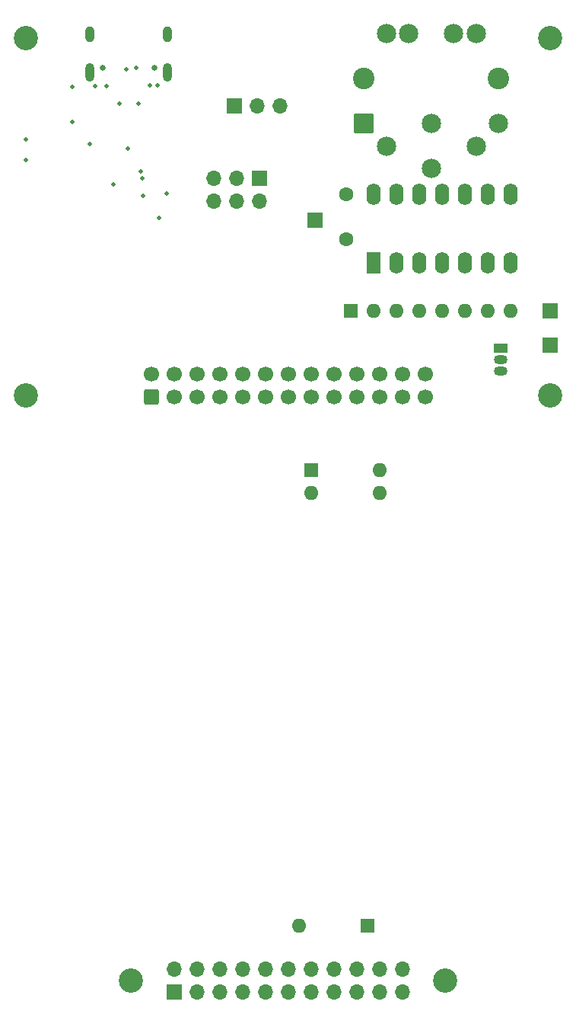
<source format=gbr>
%TF.GenerationSoftware,KiCad,Pcbnew,7.0.9*%
%TF.CreationDate,2024-02-17T15:45:49+01:00*%
%TF.ProjectId,kim-1-aux-card-usb,6b696d2d-312d-4617-9578-2d636172642d,rev?*%
%TF.SameCoordinates,Original*%
%TF.FileFunction,Soldermask,Bot*%
%TF.FilePolarity,Negative*%
%FSLAX46Y46*%
G04 Gerber Fmt 4.6, Leading zero omitted, Abs format (unit mm)*
G04 Created by KiCad (PCBNEW 7.0.9) date 2024-02-17 15:45:49*
%MOMM*%
%LPD*%
G01*
G04 APERTURE LIST*
G04 Aperture macros list*
%AMRoundRect*
0 Rectangle with rounded corners*
0 $1 Rounding radius*
0 $2 $3 $4 $5 $6 $7 $8 $9 X,Y pos of 4 corners*
0 Add a 4 corners polygon primitive as box body*
4,1,4,$2,$3,$4,$5,$6,$7,$8,$9,$2,$3,0*
0 Add four circle primitives for the rounded corners*
1,1,$1+$1,$2,$3*
1,1,$1+$1,$4,$5*
1,1,$1+$1,$6,$7*
1,1,$1+$1,$8,$9*
0 Add four rect primitives between the rounded corners*
20,1,$1+$1,$2,$3,$4,$5,0*
20,1,$1+$1,$4,$5,$6,$7,0*
20,1,$1+$1,$6,$7,$8,$9,0*
20,1,$1+$1,$8,$9,$2,$3,0*%
G04 Aperture macros list end*
%ADD10C,2.400000*%
%ADD11RoundRect,0.102000X0.975000X0.975000X-0.975000X0.975000X-0.975000X-0.975000X0.975000X-0.975000X0*%
%ADD12C,2.154000*%
%ADD13C,2.700000*%
%ADD14R,1.500000X1.050000*%
%ADD15O,1.500000X1.050000*%
%ADD16C,0.650000*%
%ADD17O,1.000000X2.100000*%
%ADD18O,1.000000X1.800000*%
%ADD19R,1.600000X2.400000*%
%ADD20O,1.600000X2.400000*%
%ADD21R,1.600000X1.600000*%
%ADD22O,1.600000X1.600000*%
%ADD23RoundRect,0.250000X0.600000X-0.600000X0.600000X0.600000X-0.600000X0.600000X-0.600000X-0.600000X0*%
%ADD24C,1.700000*%
%ADD25R,1.700000X1.700000*%
%ADD26O,1.700000X1.700000*%
%ADD27C,1.600000*%
%ADD28C,0.500000*%
G04 APERTURE END LIST*
D10*
%TO.C,J3*%
X165400000Y-47590000D03*
X150400000Y-47590000D03*
D11*
X150400000Y-52590000D03*
D12*
X152900000Y-55090000D03*
X157900000Y-52590000D03*
X162900000Y-55090000D03*
X165400000Y-52590000D03*
X157900000Y-57590000D03*
X162900000Y-42590000D03*
X160400000Y-42590000D03*
X155400000Y-42590000D03*
X152900000Y-42590000D03*
%TD*%
D13*
%TO.C,REF\u002A\u002A*%
X112780000Y-82770000D03*
%TD*%
D14*
%TO.C,Q1*%
X165610000Y-77560000D03*
D15*
X165610000Y-78830000D03*
X165610000Y-80100000D03*
%TD*%
D13*
%TO.C,REF\u002A\u002A*%
X171120000Y-43040000D03*
%TD*%
D16*
%TO.C,J7*%
X127110000Y-46365000D03*
X121330000Y-46365000D03*
D17*
X128540000Y-46865000D03*
D18*
X128540000Y-42685000D03*
D17*
X119900000Y-46865000D03*
D18*
X119900000Y-42685000D03*
%TD*%
D13*
%TO.C,REF\u002A\u002A*%
X171120000Y-82770000D03*
%TD*%
%TO.C,REF\u002A\u002A*%
X159410000Y-147800000D03*
%TD*%
D19*
%TO.C,U1*%
X151450000Y-68060000D03*
D20*
X153990000Y-68060000D03*
X156530000Y-68060000D03*
X159070000Y-68060000D03*
X161610000Y-68060000D03*
X164150000Y-68060000D03*
X166690000Y-68060000D03*
X166690000Y-60440000D03*
X164150000Y-60440000D03*
X161610000Y-60440000D03*
X159070000Y-60440000D03*
X156530000Y-60440000D03*
X153990000Y-60440000D03*
X151450000Y-60440000D03*
%TD*%
D21*
%TO.C,SW1*%
X150820000Y-141700000D03*
D22*
X143200000Y-141700000D03*
%TD*%
D23*
%TO.C,J2*%
X126710000Y-82920000D03*
D24*
X126710000Y-80380000D03*
X129250000Y-82920000D03*
X129250000Y-80380000D03*
X131790000Y-82920000D03*
X131790000Y-80380000D03*
X134330000Y-82920000D03*
X134330000Y-80380000D03*
X136870000Y-82920000D03*
X136870000Y-80380000D03*
X139410000Y-82920000D03*
X139410000Y-80380000D03*
X141950000Y-82920000D03*
X141950000Y-80380000D03*
X144490000Y-82920000D03*
X144490000Y-80380000D03*
X147030000Y-82920000D03*
X147030000Y-80380000D03*
X149570000Y-82920000D03*
X149570000Y-80380000D03*
X152110000Y-82920000D03*
X152110000Y-80380000D03*
X154650000Y-82920000D03*
X154650000Y-80380000D03*
X157190000Y-82920000D03*
X157190000Y-80380000D03*
%TD*%
D21*
%TO.C,RN1*%
X148910000Y-73380000D03*
D22*
X151450000Y-73380000D03*
X153990000Y-73380000D03*
X156530000Y-73380000D03*
X159070000Y-73380000D03*
X161610000Y-73380000D03*
X164150000Y-73380000D03*
X166690000Y-73380000D03*
%TD*%
D21*
%TO.C,SW2*%
X144490000Y-91110000D03*
D22*
X144490000Y-93650000D03*
X152110000Y-93650000D03*
X152110000Y-91110000D03*
%TD*%
D25*
%TO.C,J8*%
X138800000Y-58670000D03*
D26*
X138800000Y-61210000D03*
X136260000Y-58670000D03*
X136260000Y-61210000D03*
X133720000Y-58670000D03*
X133720000Y-61210000D03*
%TD*%
D25*
%TO.C,J9*%
X135990000Y-50600000D03*
D26*
X138530000Y-50600000D03*
X141070000Y-50600000D03*
%TD*%
D27*
%TO.C,C1*%
X148400000Y-60440000D03*
X148400000Y-65440000D03*
%TD*%
D13*
%TO.C,REF\u002A\u002A*%
X124490000Y-147800000D03*
%TD*%
%TO.C,REF\u002A\u002A*%
X112780000Y-43040000D03*
%TD*%
D25*
%TO.C,J5*%
X171120000Y-73380000D03*
%TD*%
%TO.C,J1*%
X129250000Y-149070000D03*
D26*
X129250000Y-146530000D03*
X131790000Y-149070000D03*
X131790000Y-146530000D03*
X134330000Y-149070000D03*
X134330000Y-146530000D03*
X136870000Y-149070000D03*
X136870000Y-146530000D03*
X139410000Y-149070000D03*
X139410000Y-146530000D03*
X141950000Y-149070000D03*
X141950000Y-146530000D03*
X144490000Y-149070000D03*
X144490000Y-146530000D03*
X147030000Y-149070000D03*
X147030000Y-146530000D03*
X149570000Y-149070000D03*
X149570000Y-146530000D03*
X152110000Y-149070000D03*
X152110000Y-146530000D03*
X154650000Y-149070000D03*
X154650000Y-146530000D03*
%TD*%
D25*
%TO.C,J6*%
X144980000Y-63330000D03*
%TD*%
%TO.C,J4*%
X171120000Y-77230000D03*
%TD*%
D28*
X125776447Y-58676053D03*
X120486447Y-48433553D03*
X124136447Y-55343553D03*
X127396447Y-48343553D03*
X117956447Y-48483553D03*
X112816447Y-56643553D03*
X123230000Y-50370000D03*
X122516447Y-59311053D03*
X112816447Y-54323553D03*
X119891447Y-54823553D03*
X117956447Y-52383553D03*
X125340000Y-50370000D03*
X126596447Y-48343553D03*
X121796447Y-48433553D03*
X125046447Y-46403553D03*
X123946447Y-46533553D03*
X127620000Y-63020000D03*
X128460000Y-60320000D03*
X125790000Y-60580000D03*
X125550000Y-57890000D03*
M02*

</source>
